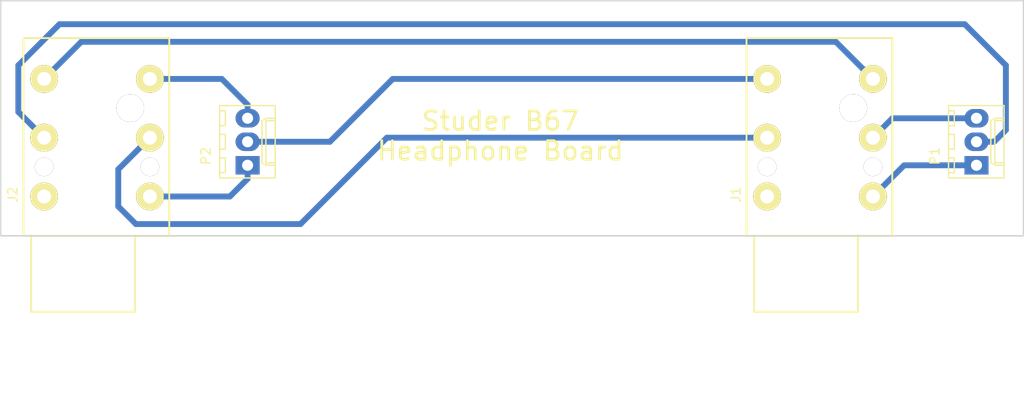
<source format=kicad_pcb>
(kicad_pcb (version 20171130) (host pcbnew "(5.1.6-0-10_14)")

  (general
    (thickness 1.6)
    (drawings 6)
    (tracks 32)
    (zones 0)
    (modules 4)
    (nets 9)
  )

  (page A4)
  (layers
    (0 F.Cu signal)
    (31 B.Cu signal)
    (32 B.Adhes user)
    (33 F.Adhes user)
    (34 B.Paste user)
    (35 F.Paste user)
    (36 B.SilkS user)
    (37 F.SilkS user)
    (38 B.Mask user)
    (39 F.Mask user)
    (40 Dwgs.User user)
    (41 Cmts.User user)
    (42 Eco1.User user)
    (43 Eco2.User user)
    (44 Edge.Cuts user)
    (45 Margin user)
    (46 B.CrtYd user)
    (47 F.CrtYd user)
    (48 B.Fab user)
    (49 F.Fab user hide)
  )

  (setup
    (last_trace_width 0.635)
    (trace_clearance 0.25)
    (zone_clearance 0.508)
    (zone_45_only no)
    (trace_min 0.2)
    (via_size 0.6)
    (via_drill 0.4)
    (via_min_size 0.4)
    (via_min_drill 0.3)
    (uvia_size 0.3)
    (uvia_drill 0.1)
    (uvias_allowed no)
    (uvia_min_size 0.2)
    (uvia_min_drill 0.1)
    (edge_width 0.15)
    (segment_width 0.2)
    (pcb_text_width 0.3)
    (pcb_text_size 1.5 1.5)
    (mod_edge_width 0.15)
    (mod_text_size 1 1)
    (mod_text_width 0.15)
    (pad_size 1.524 1.524)
    (pad_drill 0.762)
    (pad_to_mask_clearance 0.2)
    (solder_mask_min_width 0.25)
    (aux_axis_origin 0 0)
    (visible_elements FFFFFF7F)
    (pcbplotparams
      (layerselection 0x010f0_ffffffff)
      (usegerberextensions false)
      (usegerberattributes false)
      (usegerberadvancedattributes false)
      (creategerberjobfile false)
      (excludeedgelayer true)
      (linewidth 0.100000)
      (plotframeref false)
      (viasonmask false)
      (mode 1)
      (useauxorigin false)
      (hpglpennumber 1)
      (hpglpenspeed 20)
      (hpglpendiameter 15.000000)
      (psnegative false)
      (psa4output false)
      (plotreference true)
      (plotvalue false)
      (plotinvisibletext false)
      (padsonsilk true)
      (subtractmaskfromsilk false)
      (outputformat 1)
      (mirror false)
      (drillshape 0)
      (scaleselection 1)
      (outputdirectory "CAM/"))
  )

  (net 0 "")
  (net 1 "Net-(J1-Pad6)")
  (net 2 "Net-(J1-Pad5)")
  (net 3 "Net-(J1-Pad3)")
  (net 4 "Net-(J1-Pad2)")
  (net 5 "Net-(J1-Pad1)")
  (net 6 "Net-(J2-Pad6)")
  (net 7 "Net-(J2-Pad2)")
  (net 8 "Net-(J2-Pad1)")

  (net_class Default "This is the default net class."
    (clearance 0.25)
    (trace_width 0.635)
    (via_dia 0.6)
    (via_drill 0.4)
    (uvia_dia 0.3)
    (uvia_drill 0.1)
    (add_net "Net-(J1-Pad1)")
    (add_net "Net-(J1-Pad2)")
    (add_net "Net-(J1-Pad3)")
    (add_net "Net-(J1-Pad5)")
    (add_net "Net-(J1-Pad6)")
    (add_net "Net-(J2-Pad1)")
    (add_net "Net-(J2-Pad2)")
    (add_net "Net-(J2-Pad6)")
  )

  (module Connectors_Molex:Molex_KK-6410-03_03x2.54mm_Straight (layer F.Cu) (tedit 56C6219D) (tstamp 569EDC50)
    (at 196.85 90.805 90)
    (descr "Connector Headers with Friction Lock, 22-27-2031, http://www.molex.com/pdm_docs/sd/022272021_sd.pdf")
    (tags "connector molex kk_6410 22-27-2031")
    (path /569ECE8A)
    (fp_text reference P1 (at 1 -4.5 90) (layer F.SilkS)
      (effects (font (size 1 1) (thickness 0.15)))
    )
    (fp_text value CONN_01X03 (at 2.54 4.5 90) (layer F.Fab)
      (effects (font (size 1 1) (thickness 0.15)))
    )
    (fp_line (start -1.37 -3.02) (end -1.37 2.98) (layer F.SilkS) (width 0.15))
    (fp_line (start -1.37 2.98) (end 6.45 2.98) (layer F.SilkS) (width 0.15))
    (fp_line (start 6.45 2.98) (end 6.45 -3.02) (layer F.SilkS) (width 0.15))
    (fp_line (start 6.45 -3.02) (end -1.37 -3.02) (layer F.SilkS) (width 0.15))
    (fp_line (start 0 2.98) (end 0 1.98) (layer F.SilkS) (width 0.15))
    (fp_line (start 0 1.98) (end 5.08 1.98) (layer F.SilkS) (width 0.15))
    (fp_line (start 5.08 1.98) (end 5.08 2.98) (layer F.SilkS) (width 0.15))
    (fp_line (start 0 1.98) (end 0.25 1.55) (layer F.SilkS) (width 0.15))
    (fp_line (start 0.25 1.55) (end 4.83 1.55) (layer F.SilkS) (width 0.15))
    (fp_line (start 4.83 1.55) (end 5.08 1.98) (layer F.SilkS) (width 0.15))
    (fp_line (start 0.25 2.98) (end 0.25 1.98) (layer F.SilkS) (width 0.15))
    (fp_line (start 4.83 2.98) (end 4.83 1.98) (layer F.SilkS) (width 0.15))
    (fp_line (start -0.8 -3.02) (end -0.8 -2.4) (layer F.SilkS) (width 0.15))
    (fp_line (start -0.8 -2.4) (end 0.8 -2.4) (layer F.SilkS) (width 0.15))
    (fp_line (start 0.8 -2.4) (end 0.8 -3.02) (layer F.SilkS) (width 0.15))
    (fp_line (start 1.74 -3.02) (end 1.74 -2.4) (layer F.SilkS) (width 0.15))
    (fp_line (start 1.74 -2.4) (end 3.34 -2.4) (layer F.SilkS) (width 0.15))
    (fp_line (start 3.34 -2.4) (end 3.34 -3.02) (layer F.SilkS) (width 0.15))
    (fp_line (start 4.28 -3.02) (end 4.28 -2.4) (layer F.SilkS) (width 0.15))
    (fp_line (start 4.28 -2.4) (end 5.88 -2.4) (layer F.SilkS) (width 0.15))
    (fp_line (start 5.88 -2.4) (end 5.88 -3.02) (layer F.SilkS) (width 0.15))
    (fp_line (start -1.9 3.5) (end -1.9 -3.55) (layer F.CrtYd) (width 0.05))
    (fp_line (start -1.9 -3.55) (end 7 -3.55) (layer F.CrtYd) (width 0.05))
    (fp_line (start 7 -3.55) (end 7 3.5) (layer F.CrtYd) (width 0.05))
    (fp_line (start 7 3.5) (end -1.9 3.5) (layer F.CrtYd) (width 0.05))
    (pad 3 thru_hole oval (at 5.08 0 90) (size 2 2.6) (drill 1.2) (layers *.Cu *.Mask)
      (net 3 "Net-(J1-Pad3)"))
    (pad 2 thru_hole oval (at 2.54 0 90) (size 2 2.6) (drill 1.2) (layers *.Cu *.Mask)
      (net 6 "Net-(J2-Pad6)"))
    (pad 1 thru_hole rect (at 0 0 90) (size 2 2.6) (drill 1.2) (layers *.Cu *.Mask)
      (net 5 "Net-(J1-Pad1)"))
    (model ${KISYS3DMOD}/Connector_Molex.3dshapes/Molex_KK-254_AE-6410-03A_1x03_P2.54mm_Vertical.wrl
      (at (xyz 0 0 0))
      (scale (xyz 1 1 1))
      (rotate (xyz 0 0 0))
    )
  )

  (module Connectors_Molex:Molex_KK-6410-03_03x2.54mm_Straight (layer F.Cu) (tedit 56C6219D) (tstamp 569EDC57)
    (at 118.11 90.805 90)
    (descr "Connector Headers with Friction Lock, 22-27-2031, http://www.molex.com/pdm_docs/sd/022272021_sd.pdf")
    (tags "connector molex kk_6410 22-27-2031")
    (path /569ECEC4)
    (fp_text reference P2 (at 1 -4.5 90) (layer F.SilkS)
      (effects (font (size 1 1) (thickness 0.15)))
    )
    (fp_text value CONN_01X03 (at 2.54 4.5 90) (layer F.Fab)
      (effects (font (size 1 1) (thickness 0.15)))
    )
    (fp_line (start -1.37 -3.02) (end -1.37 2.98) (layer F.SilkS) (width 0.15))
    (fp_line (start -1.37 2.98) (end 6.45 2.98) (layer F.SilkS) (width 0.15))
    (fp_line (start 6.45 2.98) (end 6.45 -3.02) (layer F.SilkS) (width 0.15))
    (fp_line (start 6.45 -3.02) (end -1.37 -3.02) (layer F.SilkS) (width 0.15))
    (fp_line (start 0 2.98) (end 0 1.98) (layer F.SilkS) (width 0.15))
    (fp_line (start 0 1.98) (end 5.08 1.98) (layer F.SilkS) (width 0.15))
    (fp_line (start 5.08 1.98) (end 5.08 2.98) (layer F.SilkS) (width 0.15))
    (fp_line (start 0 1.98) (end 0.25 1.55) (layer F.SilkS) (width 0.15))
    (fp_line (start 0.25 1.55) (end 4.83 1.55) (layer F.SilkS) (width 0.15))
    (fp_line (start 4.83 1.55) (end 5.08 1.98) (layer F.SilkS) (width 0.15))
    (fp_line (start 0.25 2.98) (end 0.25 1.98) (layer F.SilkS) (width 0.15))
    (fp_line (start 4.83 2.98) (end 4.83 1.98) (layer F.SilkS) (width 0.15))
    (fp_line (start -0.8 -3.02) (end -0.8 -2.4) (layer F.SilkS) (width 0.15))
    (fp_line (start -0.8 -2.4) (end 0.8 -2.4) (layer F.SilkS) (width 0.15))
    (fp_line (start 0.8 -2.4) (end 0.8 -3.02) (layer F.SilkS) (width 0.15))
    (fp_line (start 1.74 -3.02) (end 1.74 -2.4) (layer F.SilkS) (width 0.15))
    (fp_line (start 1.74 -2.4) (end 3.34 -2.4) (layer F.SilkS) (width 0.15))
    (fp_line (start 3.34 -2.4) (end 3.34 -3.02) (layer F.SilkS) (width 0.15))
    (fp_line (start 4.28 -3.02) (end 4.28 -2.4) (layer F.SilkS) (width 0.15))
    (fp_line (start 4.28 -2.4) (end 5.88 -2.4) (layer F.SilkS) (width 0.15))
    (fp_line (start 5.88 -2.4) (end 5.88 -3.02) (layer F.SilkS) (width 0.15))
    (fp_line (start -1.9 3.5) (end -1.9 -3.55) (layer F.CrtYd) (width 0.05))
    (fp_line (start -1.9 -3.55) (end 7 -3.55) (layer F.CrtYd) (width 0.05))
    (fp_line (start 7 -3.55) (end 7 3.5) (layer F.CrtYd) (width 0.05))
    (fp_line (start 7 3.5) (end -1.9 3.5) (layer F.CrtYd) (width 0.05))
    (pad 3 thru_hole oval (at 5.08 0 90) (size 2 2.6) (drill 1.2) (layers *.Cu *.Mask)
      (net 7 "Net-(J2-Pad2)"))
    (pad 2 thru_hole oval (at 2.54 0 90) (size 2 2.6) (drill 1.2) (layers *.Cu *.Mask)
      (net 2 "Net-(J1-Pad5)"))
    (pad 1 thru_hole rect (at 0 0 90) (size 2 2.6) (drill 1.2) (layers *.Cu *.Mask)
      (net 8 "Net-(J2-Pad1)"))
    (model ${KISYS3DMOD}/Connector_Molex.3dshapes/Molex_KK-254_AE-6410-03A_1x03_P2.54mm_Vertical.wrl
      (at (xyz 0 0 0))
      (scale (xyz 1 1 1))
      (rotate (xyz 0 0 0))
    )
  )

  (module AudioJacks:NEUTRIK-NRJ6HF (layer F.Cu) (tedit 569F619F) (tstamp 569EDC49)
    (at 100.33 98.425)
    (descr "1/4\" STEREO JACK, SWITCHED, FULLY THREADED NOSE")
    (tags "1/4\" STEREO JACK, SWITCHED, FULLY THREADED NOSE, CONN")
    (path /569ECE40)
    (fp_text reference J2 (at -7.58698 -4.445 90) (layer F.SilkS)
      (effects (font (size 1 1) (thickness 0.15)))
    )
    (fp_text value JACK_TRS_6PINS (at 10.541 -6.35 90) (layer F.Fab)
      (effects (font (size 1 1) (thickness 0.15)))
    )
    (fp_line (start 5.59816 8.19912) (end 5.59816 0) (layer F.SilkS) (width 0.2032))
    (fp_line (start -5.59816 8.19912) (end 5.59816 8.19912) (layer F.SilkS) (width 0.2032))
    (fp_line (start -5.59816 0) (end -5.59816 8.19912) (layer F.SilkS) (width 0.2032))
    (fp_line (start -5.59816 0) (end -6.42874 0) (layer F.SilkS) (width 0.2032))
    (fp_line (start 5.59816 0) (end -5.59816 0) (layer F.SilkS) (width 0.2032))
    (fp_line (start 9.31926 0) (end 5.59816 0) (layer F.SilkS) (width 0.2032))
    (fp_line (start 9.31926 -21.35886) (end 9.31926 0) (layer F.SilkS) (width 0.2032))
    (fp_line (start -6.42874 -21.35886) (end 9.31926 -21.35886) (layer F.SilkS) (width 0.2032))
    (fp_line (start -6.42874 0) (end -6.42874 -21.35886) (layer F.SilkS) (width 0.2032))
    (pad 3 thru_hole circle (at 7.22884 -10.59942) (size 3 3) (drill 1.4986) (layers *.Cu *.Mask F.SilkS)
      (net 1 "Net-(J1-Pad6)"))
    (pad 6 thru_hole circle (at -4.19862 -10.59942) (size 3 3) (drill 1.4986) (layers *.Cu *.Mask F.SilkS)
      (net 6 "Net-(J2-Pad6)"))
    (pad 1 thru_hole circle (at 7.22884 -4.24942) (size 3 3) (drill 1.4986) (layers *.Cu *.Mask F.SilkS)
      (net 8 "Net-(J2-Pad1)"))
    (pad 4 thru_hole circle (at -4.19862 -4.24942) (size 3 3) (drill 1.4986) (layers *.Cu *.Mask F.SilkS))
    (pad 2 thru_hole circle (at 7.22884 -16.94942) (size 3 3) (drill 1.4986) (layers *.Cu *.Mask F.SilkS)
      (net 7 "Net-(J2-Pad2)"))
    (pad 5 thru_hole circle (at -4.19862 -16.94942) (size 3 3) (drill 1.4986) (layers *.Cu *.Mask F.SilkS)
      (net 4 "Net-(J1-Pad2)"))
    (pad "" thru_hole circle (at 5.09778 -13.79982) (size 3 3) (drill 3) (layers *.Cu))
    (pad "" thru_hole circle (at -4.19862 -7.44982) (size 2 2) (drill 2) (layers *.Cu))
    (pad "" thru_hole circle (at 7.22884 -7.44982) (size 2 2) (drill 2) (layers *.Cu))
    (model ${KICUSTOMLIBS}/AudioJacks3D/Neutrik_NRJ6HF.wrl
      (offset (xyz 9.397999858856201 0 0))
      (scale (xyz 0.4 0.4 0.4))
      (rotate (xyz 0 0 270))
    )
  )

  (module AudioJacks:NEUTRIK-NRJ6HF (layer F.Cu) (tedit 569F619F) (tstamp 569EDC3F)
    (at 178.435 98.425)
    (descr "1/4\" STEREO JACK, SWITCHED, FULLY THREADED NOSE")
    (tags "1/4\" STEREO JACK, SWITCHED, FULLY THREADED NOSE, CONN")
    (path /569ECDE6)
    (fp_text reference J1 (at -7.58698 -4.445 90) (layer F.SilkS)
      (effects (font (size 1 1) (thickness 0.15)))
    )
    (fp_text value JACK_TRS_6PINS (at 10.541 -6.35 90) (layer F.Fab)
      (effects (font (size 1 1) (thickness 0.15)))
    )
    (fp_line (start 5.59816 8.19912) (end 5.59816 0) (layer F.SilkS) (width 0.2032))
    (fp_line (start -5.59816 8.19912) (end 5.59816 8.19912) (layer F.SilkS) (width 0.2032))
    (fp_line (start -5.59816 0) (end -5.59816 8.19912) (layer F.SilkS) (width 0.2032))
    (fp_line (start -5.59816 0) (end -6.42874 0) (layer F.SilkS) (width 0.2032))
    (fp_line (start 5.59816 0) (end -5.59816 0) (layer F.SilkS) (width 0.2032))
    (fp_line (start 9.31926 0) (end 5.59816 0) (layer F.SilkS) (width 0.2032))
    (fp_line (start 9.31926 -21.35886) (end 9.31926 0) (layer F.SilkS) (width 0.2032))
    (fp_line (start -6.42874 -21.35886) (end 9.31926 -21.35886) (layer F.SilkS) (width 0.2032))
    (fp_line (start -6.42874 0) (end -6.42874 -21.35886) (layer F.SilkS) (width 0.2032))
    (pad 3 thru_hole circle (at 7.22884 -10.59942) (size 3 3) (drill 1.4986) (layers *.Cu *.Mask F.SilkS)
      (net 3 "Net-(J1-Pad3)"))
    (pad 6 thru_hole circle (at -4.19862 -10.59942) (size 3 3) (drill 1.4986) (layers *.Cu *.Mask F.SilkS)
      (net 1 "Net-(J1-Pad6)"))
    (pad 1 thru_hole circle (at 7.22884 -4.24942) (size 3 3) (drill 1.4986) (layers *.Cu *.Mask F.SilkS)
      (net 5 "Net-(J1-Pad1)"))
    (pad 4 thru_hole circle (at -4.19862 -4.24942) (size 3 3) (drill 1.4986) (layers *.Cu *.Mask F.SilkS))
    (pad 2 thru_hole circle (at 7.22884 -16.94942) (size 3 3) (drill 1.4986) (layers *.Cu *.Mask F.SilkS)
      (net 4 "Net-(J1-Pad2)"))
    (pad 5 thru_hole circle (at -4.19862 -16.94942) (size 3 3) (drill 1.4986) (layers *.Cu *.Mask F.SilkS)
      (net 2 "Net-(J1-Pad5)"))
    (pad "" thru_hole circle (at 5.09778 -13.79982) (size 3 3) (drill 3) (layers *.Cu))
    (pad "" thru_hole circle (at -4.19862 -7.44982) (size 2 2) (drill 2) (layers *.Cu))
    (pad "" thru_hole circle (at 7.22884 -7.44982) (size 2 2) (drill 2) (layers *.Cu))
    (model ${KICUSTOMLIBS}/AudioJacks3D/Neutrik_NRJ6HF.wrl
      (offset (xyz 9.397999858856201 0 0))
      (scale (xyz 0.4 0.4 0.4))
      (rotate (xyz 0 0 270))
    )
  )

  (gr_text "Studer B67\nHeadphone Board" (at 145.415 87.63) (layer F.SilkS)
    (effects (font (size 2 2) (thickness 0.3)))
  )
  (gr_line (start 91.44 73.025) (end 91.44 98.425) (layer Edge.Cuts) (width 0.15))
  (gr_line (start 201.93 73.025) (end 91.44 73.025) (layer Edge.Cuts) (width 0.15))
  (gr_line (start 201.93 98.425) (end 201.93 73.025) (layer Edge.Cuts) (width 0.15))
  (gr_line (start 91.44 98.425) (end 201.93 98.425) (layer Edge.Cuts) (width 0.15))
  (dimension 78.105 (width 0.3) (layer Dwgs.User)
    (gr_text "78.105 mm" (at 139.3825 117.554999) (layer Dwgs.User)
      (effects (font (size 1.5 1.5) (thickness 0.3)))
    )
    (feature1 (pts (xy 178.435 113.665) (xy 178.435 118.904999)))
    (feature2 (pts (xy 100.33 113.665) (xy 100.33 118.904999)))
    (crossbar (pts (xy 100.33 116.204999) (xy 178.435 116.204999)))
    (arrow1a (pts (xy 178.435 116.204999) (xy 177.308496 116.79142)))
    (arrow1b (pts (xy 178.435 116.204999) (xy 177.308496 115.618578)))
    (arrow2a (pts (xy 100.33 116.204999) (xy 101.456504 116.79142)))
    (arrow2b (pts (xy 100.33 116.204999) (xy 101.456504 115.618578)))
  )

  (segment (start 133.15442 87.82558) (end 123.825 97.155) (width 0.635) (layer B.Cu) (net 1))
  (segment (start 123.825 97.155) (end 106.045 97.155) (width 0.635) (layer B.Cu) (net 1))
  (segment (start 104.14 95.25) (end 104.14 91.24442) (width 0.635) (layer B.Cu) (net 1))
  (segment (start 174.23638 87.82558) (end 133.15442 87.82558) (width 0.635) (layer B.Cu) (net 1))
  (segment (start 106.045 97.155) (end 104.14 95.25) (width 0.635) (layer B.Cu) (net 1))
  (segment (start 104.14 91.24442) (end 107.55884 87.82558) (width 0.635) (layer B.Cu) (net 1))
  (segment (start 118.11 88.265) (end 127 88.265) (width 0.635) (layer B.Cu) (net 2))
  (segment (start 127 88.265) (end 133.78942 81.47558) (width 0.635) (layer B.Cu) (net 2))
  (segment (start 172.11506 81.47558) (end 174.23638 81.47558) (width 0.635) (layer B.Cu) (net 2))
  (segment (start 133.78942 81.47558) (end 172.11506 81.47558) (width 0.635) (layer B.Cu) (net 2))
  (segment (start 196.85 85.725) (end 187.76442 85.725) (width 0.635) (layer B.Cu) (net 3))
  (segment (start 187.76442 85.725) (end 185.66384 87.82558) (width 0.635) (layer B.Cu) (net 3))
  (segment (start 96.13138 81.47558) (end 100.13696 77.47) (width 0.635) (layer B.Cu) (net 4))
  (segment (start 100.13696 77.47) (end 181.65826 77.47) (width 0.635) (layer B.Cu) (net 4))
  (segment (start 181.65826 77.47) (end 184.539891 80.351631) (width 0.635) (layer B.Cu) (net 4))
  (segment (start 184.539891 80.351631) (end 185.66384 81.47558) (width 0.635) (layer B.Cu) (net 4))
  (segment (start 196.85 90.805) (end 189.03442 90.805) (width 0.635) (layer B.Cu) (net 5))
  (segment (start 189.03442 90.805) (end 185.66384 94.17558) (width 0.635) (layer B.Cu) (net 5))
  (segment (start 96.13138 87.82558) (end 93.345 85.0392) (width 0.635) (layer B.Cu) (net 6))
  (segment (start 93.345 85.0392) (end 93.345 80.01) (width 0.635) (layer B.Cu) (net 6))
  (segment (start 97.79 75.565) (end 195.58 75.565) (width 0.635) (layer B.Cu) (net 6))
  (segment (start 93.345 80.01) (end 97.79 75.565) (width 0.635) (layer B.Cu) (net 6))
  (segment (start 195.58 75.565) (end 200.025 80.01) (width 0.635) (layer B.Cu) (net 6))
  (segment (start 200.025 80.01) (end 200.025 86.995) (width 0.635) (layer B.Cu) (net 6))
  (segment (start 200.025 86.995) (end 198.755 88.265) (width 0.635) (layer B.Cu) (net 6))
  (segment (start 198.755 88.265) (end 196.85 88.265) (width 0.635) (layer B.Cu) (net 6))
  (segment (start 107.55884 81.47558) (end 115.32418 81.47558) (width 0.635) (layer B.Cu) (net 7))
  (segment (start 115.32418 81.47558) (end 118.11 84.2614) (width 0.635) (layer B.Cu) (net 7))
  (segment (start 118.11 84.2614) (end 118.11 85.725) (width 0.635) (layer B.Cu) (net 7))
  (segment (start 107.55884 94.17558) (end 116.20302 94.17558) (width 0.635) (layer B.Cu) (net 8))
  (segment (start 116.20302 94.17558) (end 118.11 92.2686) (width 0.635) (layer B.Cu) (net 8))
  (segment (start 118.11 92.2686) (end 118.11 90.805) (width 0.635) (layer B.Cu) (net 8))

)

</source>
